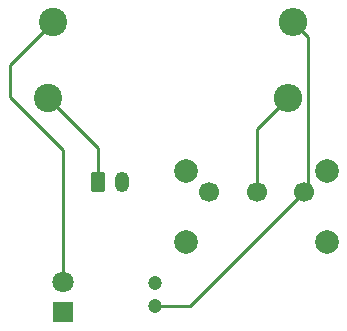
<source format=gbr>
G04 #@! TF.GenerationSoftware,KiCad,Pcbnew,(6.0.4)*
G04 #@! TF.CreationDate,2023-02-21T11:49:36-08:00*
G04 #@! TF.ProjectId,Lab4_Exercise,4c616234-5f45-4786-9572-636973652e6b,rev?*
G04 #@! TF.SameCoordinates,Original*
G04 #@! TF.FileFunction,Copper,L1,Top*
G04 #@! TF.FilePolarity,Positive*
%FSLAX46Y46*%
G04 Gerber Fmt 4.6, Leading zero omitted, Abs format (unit mm)*
G04 Created by KiCad (PCBNEW (6.0.4)) date 2023-02-21 11:49:36*
%MOMM*%
%LPD*%
G01*
G04 APERTURE LIST*
G04 Aperture macros list*
%AMRoundRect*
0 Rectangle with rounded corners*
0 $1 Rounding radius*
0 $2 $3 $4 $5 $6 $7 $8 $9 X,Y pos of 4 corners*
0 Add a 4 corners polygon primitive as box body*
4,1,4,$2,$3,$4,$5,$6,$7,$8,$9,$2,$3,0*
0 Add four circle primitives for the rounded corners*
1,1,$1+$1,$2,$3*
1,1,$1+$1,$4,$5*
1,1,$1+$1,$6,$7*
1,1,$1+$1,$8,$9*
0 Add four rect primitives between the rounded corners*
20,1,$1+$1,$2,$3,$4,$5,0*
20,1,$1+$1,$4,$5,$6,$7,0*
20,1,$1+$1,$6,$7,$8,$9,0*
20,1,$1+$1,$8,$9,$2,$3,0*%
G04 Aperture macros list end*
G04 #@! TA.AperFunction,ComponentPad*
%ADD10C,2.000000*%
G04 #@! TD*
G04 #@! TA.AperFunction,ComponentPad*
%ADD11C,1.700000*%
G04 #@! TD*
G04 #@! TA.AperFunction,ComponentPad*
%ADD12C,2.400000*%
G04 #@! TD*
G04 #@! TA.AperFunction,ComponentPad*
%ADD13O,2.400000X2.400000*%
G04 #@! TD*
G04 #@! TA.AperFunction,ComponentPad*
%ADD14RoundRect,0.250000X-0.350000X-0.625000X0.350000X-0.625000X0.350000X0.625000X-0.350000X0.625000X0*%
G04 #@! TD*
G04 #@! TA.AperFunction,ComponentPad*
%ADD15O,1.200000X1.750000*%
G04 #@! TD*
G04 #@! TA.AperFunction,ComponentPad*
%ADD16R,1.800000X1.800000*%
G04 #@! TD*
G04 #@! TA.AperFunction,ComponentPad*
%ADD17C,1.800000*%
G04 #@! TD*
G04 #@! TA.AperFunction,ComponentPad*
%ADD18C,1.200000*%
G04 #@! TD*
G04 #@! TA.AperFunction,Conductor*
%ADD19C,0.250000*%
G04 #@! TD*
G04 APERTURE END LIST*
D10*
G04 #@! TO.P,SW1,*
G04 #@! TO.N,*
X168140000Y-91140000D03*
X156140000Y-91140000D03*
X168140000Y-85140000D03*
X156140000Y-85140000D03*
D11*
G04 #@! TO.P,SW1,1,A*
G04 #@! TO.N,unconnected-(SW1-Pad1)*
X158140000Y-86890000D03*
G04 #@! TO.P,SW1,2,B*
G04 #@! TO.N,Net-(R1-Pad2)*
X162140000Y-86890000D03*
G04 #@! TO.P,SW1,3,C*
G04 #@! TO.N,Net-(C1-Pad1)*
X166140000Y-86890000D03*
G04 #@! TD*
D12*
G04 #@! TO.P,R1,1*
G04 #@! TO.N,+9V*
X144490000Y-78920000D03*
D13*
G04 #@! TO.P,R1,2*
G04 #@! TO.N,Net-(R1-Pad2)*
X164810000Y-78920000D03*
G04 #@! TD*
D14*
G04 #@! TO.P,J1,1,Pin_1*
G04 #@! TO.N,+9V*
X148740000Y-86080000D03*
D15*
G04 #@! TO.P,J1,2,Pin_2*
G04 #@! TO.N,GND*
X150740000Y-86080000D03*
G04 #@! TD*
D16*
G04 #@! TO.P,D1,1,K*
G04 #@! TO.N,GND*
X145730000Y-97095000D03*
D17*
G04 #@! TO.P,D1,2,A*
G04 #@! TO.N,Net-(D1-Pad2)*
X145730000Y-94555000D03*
G04 #@! TD*
D18*
G04 #@! TO.P,C1,1*
G04 #@! TO.N,Net-(C1-Pad1)*
X153540000Y-96560000D03*
G04 #@! TO.P,C1,2*
G04 #@! TO.N,GND*
X153540000Y-94560000D03*
G04 #@! TD*
D12*
G04 #@! TO.P,R2,1*
G04 #@! TO.N,Net-(D1-Pad2)*
X144860000Y-72480000D03*
D13*
G04 #@! TO.P,R2,2*
G04 #@! TO.N,Net-(C1-Pad1)*
X165180000Y-72480000D03*
G04 #@! TD*
D19*
G04 #@! TO.N,Net-(C1-Pad1)*
X166500000Y-86530000D02*
X166140000Y-86890000D01*
X153540000Y-96560000D02*
X156470000Y-96560000D01*
X156470000Y-96560000D02*
X166140000Y-86890000D01*
X166500000Y-73800000D02*
X166500000Y-86530000D01*
X165180000Y-72480000D02*
X166500000Y-73800000D01*
G04 #@! TO.N,Net-(D1-Pad2)*
X141240000Y-78810000D02*
X141240000Y-76100000D01*
X141240000Y-76100000D02*
X144860000Y-72480000D01*
X145730000Y-94555000D02*
X145730000Y-83300000D01*
X145730000Y-83300000D02*
X141240000Y-78810000D01*
G04 #@! TO.N,+9V*
X148740000Y-83170000D02*
X144490000Y-78920000D01*
X148740000Y-86080000D02*
X148740000Y-83170000D01*
G04 #@! TO.N,Net-(R1-Pad2)*
X162140000Y-81590000D02*
X162140000Y-86890000D01*
X164810000Y-78920000D02*
X162140000Y-81590000D01*
G04 #@! TD*
M02*

</source>
